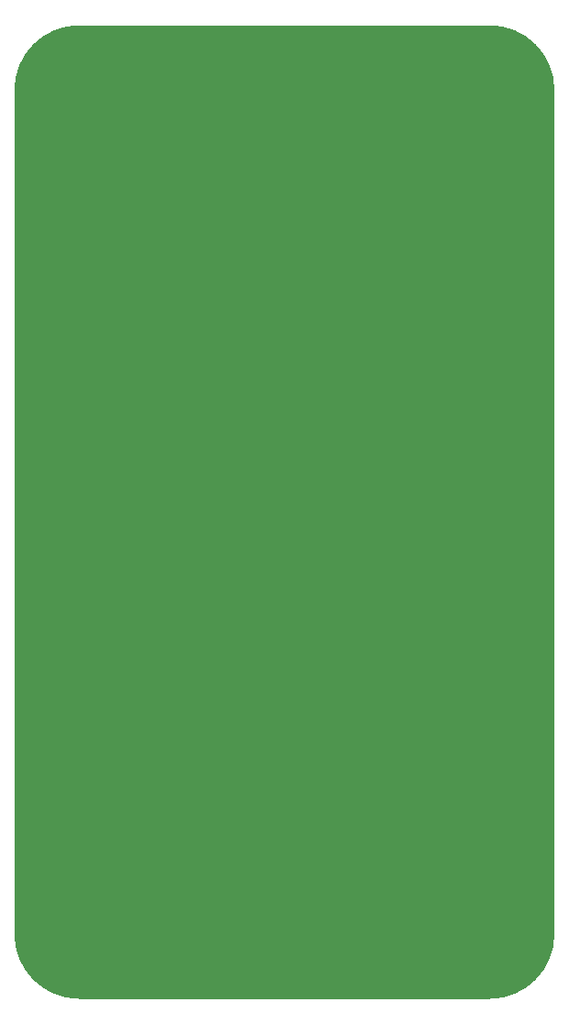
<source format=gbr>
G04 DipTrace 2.4.0.2*
%INBoard.gbr*%
%MOIN*%
%ADD11C,0.0055*%
%FSLAX44Y44*%
G04*
G70*
G90*
G75*
G01*
%LNBoardPoly*%
%LPD*%
G36*
X2362Y0D2*
D11*
X17323D1*
G03X19685Y2362I0J2362D01*
G01*
Y33071D1*
G03X17323Y35433I-2362J0D01*
G01*
X2362D1*
G03X0Y33071I0J-2362D01*
G01*
Y2362D1*
G03X2362Y0I2362J0D01*
G01*
G37*
M02*

</source>
